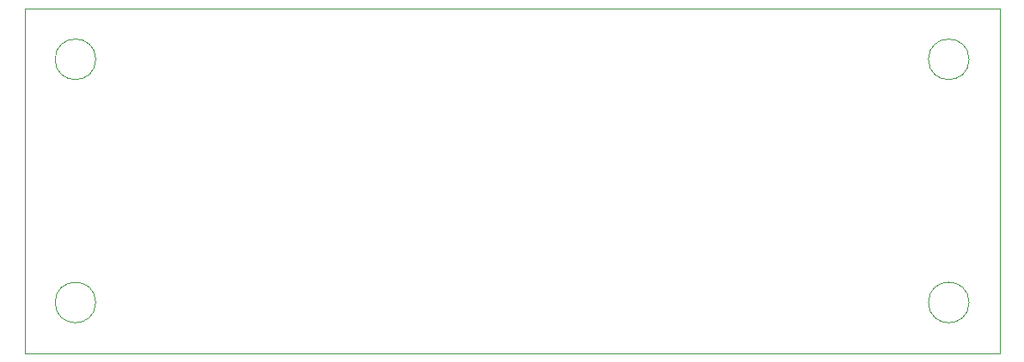
<source format=gbr>
%TF.GenerationSoftware,KiCad,Pcbnew,7.0.6*%
%TF.CreationDate,2023-10-26T22:09:33-07:00*%
%TF.ProjectId,power_distribution_board,706f7765-725f-4646-9973-747269627574,rev?*%
%TF.SameCoordinates,PX8a48640PY3938700*%
%TF.FileFunction,Profile,NP*%
%FSLAX46Y46*%
G04 Gerber Fmt 4.6, Leading zero omitted, Abs format (unit mm)*
G04 Created by KiCad (PCBNEW 7.0.6) date 2023-10-26 22:09:33*
%MOMM*%
%LPD*%
G01*
G04 APERTURE LIST*
%TA.AperFunction,Profile*%
%ADD10C,0.100000*%
%TD*%
%TA.AperFunction,Profile*%
%ADD11C,0.050000*%
%TD*%
G04 APERTURE END LIST*
D10*
X93000000Y-5000000D02*
G75*
G03*
X93000000Y-5000000I-2000000J0D01*
G01*
X93000000Y-29000000D02*
G75*
G03*
X93000000Y-29000000I-2000000J0D01*
G01*
X7000000Y-29000000D02*
G75*
G03*
X7000000Y-29000000I-2000000J0D01*
G01*
X7000000Y-5000000D02*
G75*
G03*
X7000000Y-5000000I-2000000J0D01*
G01*
D11*
X0Y0D02*
X96000000Y0D01*
X96000000Y-34000000D01*
X0Y-34000000D01*
X0Y0D01*
M02*

</source>
